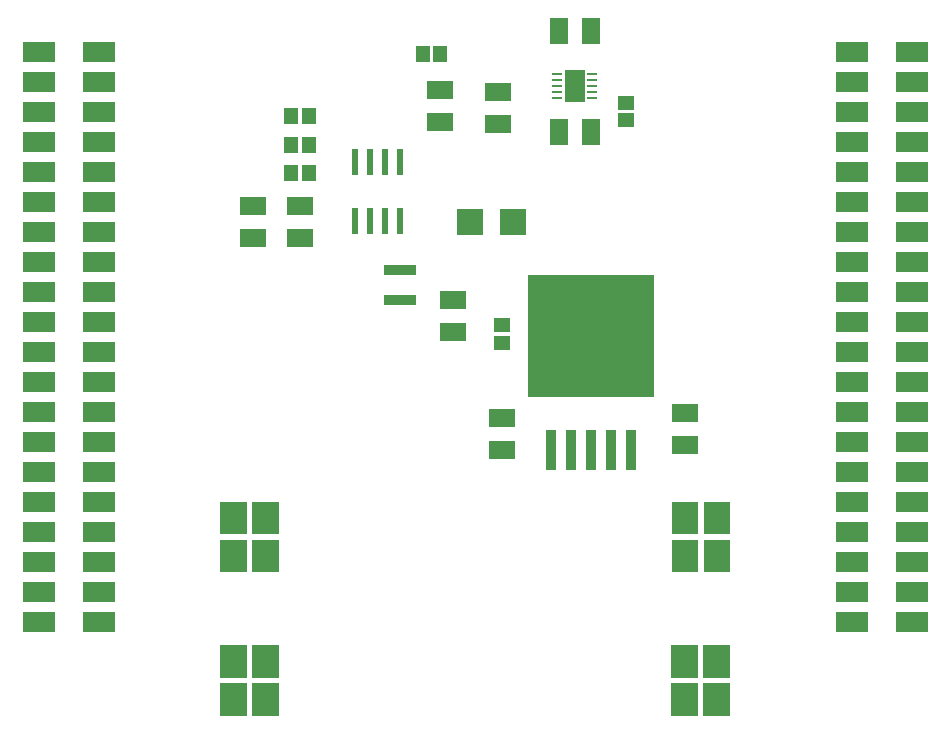
<source format=gbp>
G04*
G04 #@! TF.GenerationSoftware,Altium Limited,Altium Designer,22.9.1 (49)*
G04*
G04 Layer_Color=128*
%FSLAX25Y25*%
%MOIN*%
G70*
G04*
G04 #@! TF.SameCoordinates,80F2EAEC-CDE7-43A4-84F7-7BEF4F4580BA*
G04*
G04*
G04 #@! TF.FilePolarity,Positive*
G04*
G01*
G75*
%ADD13R,0.04756X0.05543*%
%ADD28R,0.02100X0.09000*%
%ADD31R,0.10600X0.03350*%
%ADD32R,0.08584X0.08701*%
%ADD33R,0.03200X0.01000*%
%ADD34R,0.42200X0.40800*%
%ADD35R,0.03800X0.13800*%
%ADD36R,0.06900X0.10630*%
%ADD37R,0.08693X0.06331*%
%ADD38R,0.11016X0.07000*%
%ADD40R,0.05543X0.04756*%
%ADD41R,0.06331X0.08693*%
G36*
X-116473Y-93153D02*
X-122586D01*
Y-88626D01*
X-116473D01*
Y-93153D01*
D02*
G37*
G36*
Y-98468D02*
X-122586D01*
Y-93941D01*
X-116473D01*
Y-98468D01*
D02*
G37*
G36*
X-67697Y-242951D02*
X-76555D01*
Y-232125D01*
X-67697D01*
Y-242951D01*
D02*
G37*
G36*
X-78327D02*
X-87185D01*
Y-232125D01*
X-78327D01*
Y-242951D01*
D02*
G37*
G36*
X-218257D02*
X-227115D01*
Y-232125D01*
X-218257D01*
Y-242951D01*
D02*
G37*
G36*
X-228887D02*
X-237745D01*
Y-232125D01*
X-228887D01*
Y-242951D01*
D02*
G37*
G36*
X-67697Y-255550D02*
X-76555D01*
Y-244723D01*
X-67697D01*
Y-255550D01*
D02*
G37*
G36*
X-78327D02*
X-87185D01*
Y-244723D01*
X-78327D01*
Y-255550D01*
D02*
G37*
G36*
X-218257D02*
X-227115D01*
Y-244723D01*
X-218257D01*
Y-255550D01*
D02*
G37*
G36*
X-228887D02*
X-237745D01*
Y-244723D01*
X-228887D01*
Y-255550D01*
D02*
G37*
G36*
X-67857Y-290752D02*
X-76715D01*
Y-279925D01*
X-67857D01*
Y-290752D01*
D02*
G37*
G36*
X-78487D02*
X-87345D01*
Y-279925D01*
X-78487D01*
Y-290752D01*
D02*
G37*
G36*
X-218257D02*
X-227115D01*
Y-279925D01*
X-218257D01*
Y-290752D01*
D02*
G37*
G36*
X-228887D02*
X-237745D01*
Y-279925D01*
X-228887D01*
Y-290752D01*
D02*
G37*
G36*
X-67857Y-303350D02*
X-76715D01*
Y-292523D01*
X-67857D01*
Y-303350D01*
D02*
G37*
G36*
X-78487D02*
X-87345D01*
Y-292523D01*
X-78487D01*
Y-303350D01*
D02*
G37*
G36*
X-218257D02*
X-227115D01*
Y-292523D01*
X-218257D01*
Y-303350D01*
D02*
G37*
G36*
X-228887D02*
X-237745D01*
Y-292523D01*
X-228887D01*
Y-303350D01*
D02*
G37*
D13*
X-214108Y-122437D02*
D03*
X-208203D02*
D03*
X-214108Y-113038D02*
D03*
X-208203D02*
D03*
Y-103586D02*
D03*
X-170254Y-82699D02*
D03*
X-164348D02*
D03*
X-214108Y-103586D02*
D03*
D28*
X-177701Y-138526D02*
D03*
X-182701D02*
D03*
X-187701D02*
D03*
X-192701D02*
D03*
Y-118726D02*
D03*
X-187701D02*
D03*
X-182701D02*
D03*
X-177701D02*
D03*
D31*
Y-154787D02*
D03*
Y-164837D02*
D03*
D32*
X-139970Y-138919D02*
D03*
X-154593D02*
D03*
D33*
X-113729Y-97485D02*
D03*
Y-95516D02*
D03*
Y-93547D02*
D03*
Y-91578D02*
D03*
Y-89609D02*
D03*
X-125329Y-97485D02*
D03*
Y-95516D02*
D03*
Y-93547D02*
D03*
Y-91578D02*
D03*
Y-89609D02*
D03*
D34*
X-114214Y-176845D02*
D03*
D35*
Y-214845D02*
D03*
X-120907D02*
D03*
X-127600D02*
D03*
X-100829D02*
D03*
X-107521D02*
D03*
D36*
X-119529Y-93547D02*
D03*
D37*
X-160285Y-164837D02*
D03*
Y-175467D02*
D03*
X-226701Y-133604D02*
D03*
Y-144234D02*
D03*
X-211155Y-133604D02*
D03*
Y-144234D02*
D03*
X-82916Y-202637D02*
D03*
X-145001Y-106145D02*
D03*
X-164348Y-105555D02*
D03*
X-143706Y-214842D02*
D03*
X-164348Y-94925D02*
D03*
X-145001Y-95515D02*
D03*
X-143706Y-204212D02*
D03*
X-82916Y-213267D02*
D03*
D38*
X-7155Y-162170D02*
D03*
Y-122170D02*
D03*
Y-142170D02*
D03*
Y-152170D02*
D03*
Y-132170D02*
D03*
Y-212170D02*
D03*
Y-172170D02*
D03*
Y-182170D02*
D03*
X-27037D02*
D03*
X-7155Y-202170D02*
D03*
Y-192170D02*
D03*
X-27037Y-142170D02*
D03*
Y-152170D02*
D03*
Y-132170D02*
D03*
Y-162170D02*
D03*
Y-172170D02*
D03*
Y-192170D02*
D03*
Y-202170D02*
D03*
Y-212170D02*
D03*
X-7155Y-242170D02*
D03*
Y-222170D02*
D03*
X-27037Y-232170D02*
D03*
Y-222170D02*
D03*
X-7155Y-232170D02*
D03*
X-27037Y-252170D02*
D03*
Y-242170D02*
D03*
X-7155Y-272170D02*
D03*
Y-252170D02*
D03*
Y-262170D02*
D03*
X-27037D02*
D03*
Y-272170D02*
D03*
Y-122170D02*
D03*
X-7155Y-112170D02*
D03*
X-27037D02*
D03*
X-7155Y-102170D02*
D03*
X-27037D02*
D03*
X-7155Y-92170D02*
D03*
X-27037D02*
D03*
X-7155Y-82170D02*
D03*
X-27037D02*
D03*
X-298063D02*
D03*
X-278181D02*
D03*
X-298063Y-92170D02*
D03*
X-278181D02*
D03*
X-298063Y-102170D02*
D03*
X-278181D02*
D03*
X-298063Y-112170D02*
D03*
X-278181D02*
D03*
X-298063Y-122170D02*
D03*
X-278181Y-272170D02*
D03*
X-298063Y-262170D02*
D03*
Y-272170D02*
D03*
Y-252170D02*
D03*
Y-232170D02*
D03*
Y-242170D02*
D03*
Y-222170D02*
D03*
Y-212170D02*
D03*
X-278181Y-262170D02*
D03*
Y-252170D02*
D03*
Y-242170D02*
D03*
Y-232170D02*
D03*
Y-202170D02*
D03*
Y-222170D02*
D03*
Y-212170D02*
D03*
X-298063Y-192170D02*
D03*
Y-202170D02*
D03*
Y-162170D02*
D03*
Y-182170D02*
D03*
Y-172170D02*
D03*
Y-152170D02*
D03*
Y-142170D02*
D03*
Y-132170D02*
D03*
X-278181Y-182170D02*
D03*
Y-192170D02*
D03*
Y-172170D02*
D03*
Y-162170D02*
D03*
Y-132170D02*
D03*
Y-152170D02*
D03*
Y-142170D02*
D03*
Y-122170D02*
D03*
D40*
X-102601Y-99059D02*
D03*
Y-104964D02*
D03*
X-143701Y-173137D02*
D03*
Y-179043D02*
D03*
D41*
X-114214Y-75078D02*
D03*
X-124844D02*
D03*
Y-108704D02*
D03*
X-114214D02*
D03*
M02*

</source>
